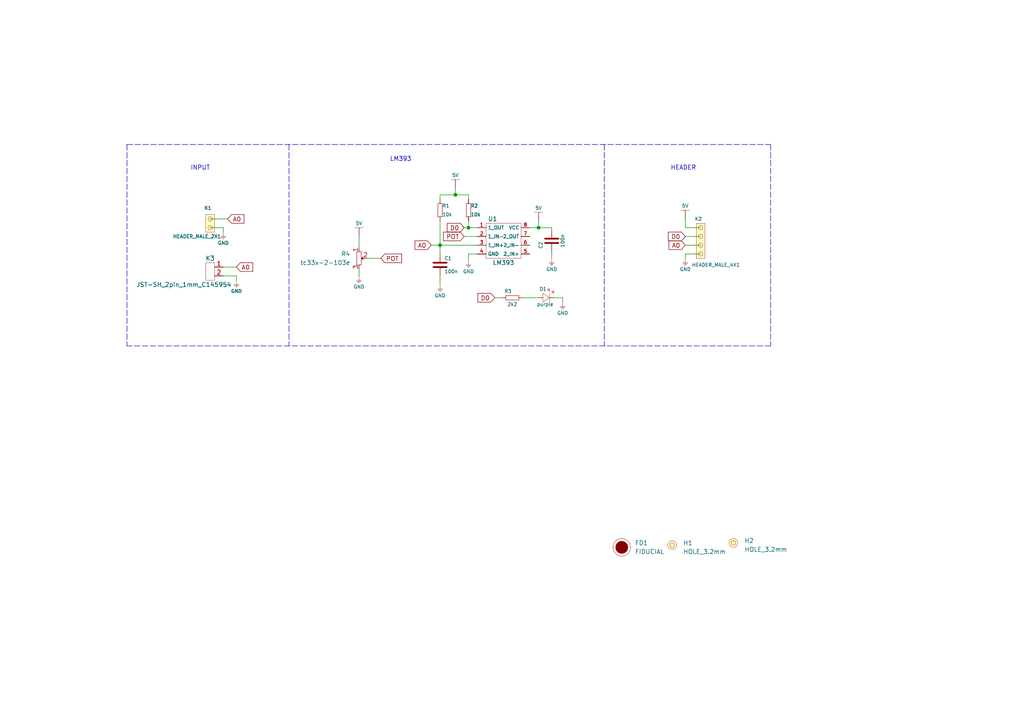
<source format=kicad_sch>
(kicad_sch (version 20211123) (generator eeschema)

  (uuid ce098e49-e3b2-44ce-bf02-d1ed7650f3a1)

  (paper "A4")

  (title_block
    (title "Simple sensor Light")
    (date "2021-07-05")
    (rev "V1.1.1.")
    (company "SOLDERED")
    (comment 1 "333046")
  )

  (lib_symbols
    (symbol "e-radionica.com schematics:0402LED" (pin_numbers hide) (pin_names (offset 0.254) hide) (in_bom yes) (on_board yes)
      (property "Reference" "D" (id 0) (at -0.635 2.54 0)
        (effects (font (size 1 1)))
      )
      (property "Value" "0402LED" (id 1) (at 0 -2.54 0)
        (effects (font (size 1 1)))
      )
      (property "Footprint" "e-radionica.com footprinti:0402LED" (id 2) (at 0 5.08 0)
        (effects (font (size 1 1)) hide)
      )
      (property "Datasheet" "" (id 3) (at 0 0 0)
        (effects (font (size 1 1)) hide)
      )
      (property "Package" "0402" (id 4) (at 0 0 0)
        (effects (font (size 1.27 1.27)) hide)
      )
      (symbol "0402LED_0_1"
        (polyline
          (pts
            (xy -0.635 1.27)
            (xy 1.27 0)
          )
          (stroke (width 0.0006) (type default) (color 0 0 0 0))
          (fill (type none))
        )
        (polyline
          (pts
            (xy 0.635 1.905)
            (xy 1.27 2.54)
          )
          (stroke (width 0.0006) (type default) (color 0 0 0 0))
          (fill (type none))
        )
        (polyline
          (pts
            (xy 1.27 1.27)
            (xy 1.27 -1.27)
          )
          (stroke (width 0.0006) (type default) (color 0 0 0 0))
          (fill (type none))
        )
        (polyline
          (pts
            (xy 1.905 1.27)
            (xy 2.54 1.905)
          )
          (stroke (width 0.0006) (type default) (color 0 0 0 0))
          (fill (type none))
        )
        (polyline
          (pts
            (xy -0.635 1.27)
            (xy -0.635 -1.27)
            (xy 1.27 0)
          )
          (stroke (width 0.0006) (type default) (color 0 0 0 0))
          (fill (type none))
        )
        (polyline
          (pts
            (xy 1.27 2.54)
            (xy 0.635 2.54)
            (xy 1.27 1.905)
            (xy 1.27 2.54)
          )
          (stroke (width 0.0006) (type default) (color 0 0 0 0))
          (fill (type none))
        )
        (polyline
          (pts
            (xy 2.54 1.905)
            (xy 1.905 1.905)
            (xy 2.54 1.27)
            (xy 2.54 1.905)
          )
          (stroke (width 0.0006) (type default) (color 0 0 0 0))
          (fill (type none))
        )
      )
      (symbol "0402LED_1_1"
        (pin passive line (at -1.905 0 0) (length 1.27)
          (name "A" (effects (font (size 1.27 1.27))))
          (number "1" (effects (font (size 1.27 1.27))))
        )
        (pin passive line (at 2.54 0 180) (length 1.27)
          (name "K" (effects (font (size 1.27 1.27))))
          (number "2" (effects (font (size 1.27 1.27))))
        )
      )
    )
    (symbol "e-radionica.com schematics:0402R" (pin_numbers hide) (pin_names (offset 0.254)) (in_bom yes) (on_board yes)
      (property "Reference" "R" (id 0) (at -1.905 1.27 0)
        (effects (font (size 1 1)))
      )
      (property "Value" "0402R" (id 1) (at 0 -1.27 0)
        (effects (font (size 1 1)))
      )
      (property "Footprint" "e-radionica.com footprinti:0402R" (id 2) (at -2.54 1.905 0)
        (effects (font (size 1 1)) hide)
      )
      (property "Datasheet" "" (id 3) (at -2.54 1.905 0)
        (effects (font (size 1 1)) hide)
      )
      (symbol "0402R_0_1"
        (rectangle (start -1.905 -0.635) (end 1.905 -0.6604)
          (stroke (width 0.1) (type default) (color 0 0 0 0))
          (fill (type none))
        )
        (rectangle (start -1.905 0.635) (end -1.8796 -0.635)
          (stroke (width 0.1) (type default) (color 0 0 0 0))
          (fill (type none))
        )
        (rectangle (start -1.905 0.635) (end 1.905 0.6096)
          (stroke (width 0.1) (type default) (color 0 0 0 0))
          (fill (type none))
        )
        (rectangle (start 1.905 0.635) (end 1.9304 -0.635)
          (stroke (width 0.1) (type default) (color 0 0 0 0))
          (fill (type none))
        )
      )
      (symbol "0402R_1_1"
        (pin passive line (at -3.175 0 0) (length 1.27)
          (name "~" (effects (font (size 1.27 1.27))))
          (number "1" (effects (font (size 1.27 1.27))))
        )
        (pin passive line (at 3.175 0 180) (length 1.27)
          (name "~" (effects (font (size 1.27 1.27))))
          (number "2" (effects (font (size 1.27 1.27))))
        )
      )
    )
    (symbol "e-radionica.com schematics:0603C" (pin_numbers hide) (pin_names (offset 0.002)) (in_bom yes) (on_board yes)
      (property "Reference" "C" (id 0) (at -0.635 3.175 0)
        (effects (font (size 1 1)))
      )
      (property "Value" "0603C" (id 1) (at 0 -3.175 0)
        (effects (font (size 1 1)))
      )
      (property "Footprint" "e-radionica.com footprinti:0603C" (id 2) (at 0 0 0)
        (effects (font (size 1 1)) hide)
      )
      (property "Datasheet" "" (id 3) (at 0 0 0)
        (effects (font (size 1 1)) hide)
      )
      (symbol "0603C_0_1"
        (polyline
          (pts
            (xy -0.635 1.905)
            (xy -0.635 -1.905)
          )
          (stroke (width 0.5) (type default) (color 0 0 0 0))
          (fill (type none))
        )
        (polyline
          (pts
            (xy 0.635 1.905)
            (xy 0.635 -1.905)
          )
          (stroke (width 0.5) (type default) (color 0 0 0 0))
          (fill (type none))
        )
      )
      (symbol "0603C_1_1"
        (pin passive line (at -3.175 0 0) (length 2.54)
          (name "~" (effects (font (size 1.27 1.27))))
          (number "1" (effects (font (size 1.27 1.27))))
        )
        (pin passive line (at 3.175 0 180) (length 2.54)
          (name "~" (effects (font (size 1.27 1.27))))
          (number "2" (effects (font (size 1.27 1.27))))
        )
      )
    )
    (symbol "e-radionica.com schematics:0603R" (pin_numbers hide) (pin_names (offset 0.254)) (in_bom yes) (on_board yes)
      (property "Reference" "R" (id 0) (at -1.905 1.905 0)
        (effects (font (size 1 1)))
      )
      (property "Value" "0603R" (id 1) (at 0 -1.905 0)
        (effects (font (size 1 1)))
      )
      (property "Footprint" "e-radionica.com footprinti:0603R" (id 2) (at -0.635 1.905 0)
        (effects (font (size 1 1)) hide)
      )
      (property "Datasheet" "" (id 3) (at -0.635 1.905 0)
        (effects (font (size 1 1)) hide)
      )
      (symbol "0603R_0_1"
        (rectangle (start -1.905 -0.635) (end 1.905 -0.6604)
          (stroke (width 0.1) (type default) (color 0 0 0 0))
          (fill (type none))
        )
        (rectangle (start -1.905 0.635) (end -1.8796 -0.635)
          (stroke (width 0.1) (type default) (color 0 0 0 0))
          (fill (type none))
        )
        (rectangle (start -1.905 0.635) (end 1.905 0.6096)
          (stroke (width 0.1) (type default) (color 0 0 0 0))
          (fill (type none))
        )
        (rectangle (start 1.905 0.635) (end 1.9304 -0.635)
          (stroke (width 0.1) (type default) (color 0 0 0 0))
          (fill (type none))
        )
      )
      (symbol "0603R_1_1"
        (pin passive line (at -3.175 0 0) (length 1.27)
          (name "~" (effects (font (size 1.27 1.27))))
          (number "1" (effects (font (size 1.27 1.27))))
        )
        (pin passive line (at 3.175 0 180) (length 1.27)
          (name "~" (effects (font (size 1.27 1.27))))
          (number "2" (effects (font (size 1.27 1.27))))
        )
      )
    )
    (symbol "e-radionica.com schematics:5V" (power) (pin_names (offset 0)) (in_bom yes) (on_board yes)
      (property "Reference" "#PWR" (id 0) (at 4.445 0 0)
        (effects (font (size 1 1)) hide)
      )
      (property "Value" "5V" (id 1) (at 0 3.556 0)
        (effects (font (size 1 1)))
      )
      (property "Footprint" "" (id 2) (at 4.445 3.81 0)
        (effects (font (size 1 1)) hide)
      )
      (property "Datasheet" "" (id 3) (at 4.445 3.81 0)
        (effects (font (size 1 1)) hide)
      )
      (property "ki_keywords" "power-flag" (id 4) (at 0 0 0)
        (effects (font (size 1.27 1.27)) hide)
      )
      (property "ki_description" "Power symbol creates a global label with name \"+3V3\"" (id 5) (at 0 0 0)
        (effects (font (size 1.27 1.27)) hide)
      )
      (symbol "5V_0_1"
        (polyline
          (pts
            (xy -1.27 2.54)
            (xy 1.27 2.54)
          )
          (stroke (width 0.0006) (type default) (color 0 0 0 0))
          (fill (type none))
        )
        (polyline
          (pts
            (xy 0 0)
            (xy 0 2.54)
          )
          (stroke (width 0) (type default) (color 0 0 0 0))
          (fill (type none))
        )
      )
      (symbol "5V_1_1"
        (pin power_in line (at 0 0 90) (length 0) hide
          (name "5V" (effects (font (size 1.27 1.27))))
          (number "1" (effects (font (size 1.27 1.27))))
        )
      )
    )
    (symbol "e-radionica.com schematics:FIDUCIAL" (in_bom yes) (on_board yes)
      (property "Reference" "FD" (id 0) (at 0 3.81 0)
        (effects (font (size 1.27 1.27)))
      )
      (property "Value" "FIDUCIAL" (id 1) (at 0 -3.81 0)
        (effects (font (size 1.27 1.27)))
      )
      (property "Footprint" "e-radionica.com footprinti:FIDUCIAL_23" (id 2) (at 0.254 -5.334 0)
        (effects (font (size 1.27 1.27)) hide)
      )
      (property "Datasheet" "" (id 3) (at 0 0 0)
        (effects (font (size 1.27 1.27)) hide)
      )
      (symbol "FIDUCIAL_0_1"
        (polyline
          (pts
            (xy -2.54 0)
            (xy -2.794 0)
          )
          (stroke (width 0.0006) (type default) (color 0 0 0 0))
          (fill (type none))
        )
        (polyline
          (pts
            (xy 0 -2.54)
            (xy 0 -2.794)
          )
          (stroke (width 0.0006) (type default) (color 0 0 0 0))
          (fill (type none))
        )
        (polyline
          (pts
            (xy 0 2.54)
            (xy 0 2.794)
          )
          (stroke (width 0.0006) (type default) (color 0 0 0 0))
          (fill (type none))
        )
        (polyline
          (pts
            (xy 2.54 0)
            (xy 2.794 0)
          )
          (stroke (width 0.0006) (type default) (color 0 0 0 0))
          (fill (type none))
        )
        (circle (center 0 0) (radius 1.7961)
          (stroke (width 0.001) (type default) (color 0 0 0 0))
          (fill (type outline))
        )
        (circle (center 0 0) (radius 2.54)
          (stroke (width 0.0006) (type default) (color 0 0 0 0))
          (fill (type none))
        )
      )
    )
    (symbol "e-radionica.com schematics:GND" (power) (pin_names (offset 0)) (in_bom yes) (on_board yes)
      (property "Reference" "#PWR" (id 0) (at 4.445 0 0)
        (effects (font (size 1 1)) hide)
      )
      (property "Value" "GND" (id 1) (at 0 -2.921 0)
        (effects (font (size 1 1)))
      )
      (property "Footprint" "" (id 2) (at 4.445 3.81 0)
        (effects (font (size 1 1)) hide)
      )
      (property "Datasheet" "" (id 3) (at 4.445 3.81 0)
        (effects (font (size 1 1)) hide)
      )
      (property "ki_keywords" "power-flag" (id 4) (at 0 0 0)
        (effects (font (size 1.27 1.27)) hide)
      )
      (property "ki_description" "Power symbol creates a global label with name \"+3V3\"" (id 5) (at 0 0 0)
        (effects (font (size 1.27 1.27)) hide)
      )
      (symbol "GND_0_1"
        (polyline
          (pts
            (xy -0.762 -1.27)
            (xy 0.762 -1.27)
          )
          (stroke (width 0.0006) (type default) (color 0 0 0 0))
          (fill (type none))
        )
        (polyline
          (pts
            (xy -0.635 -1.524)
            (xy 0.635 -1.524)
          )
          (stroke (width 0.0006) (type default) (color 0 0 0 0))
          (fill (type none))
        )
        (polyline
          (pts
            (xy -0.381 -1.778)
            (xy 0.381 -1.778)
          )
          (stroke (width 0.0006) (type default) (color 0 0 0 0))
          (fill (type none))
        )
        (polyline
          (pts
            (xy -0.127 -2.032)
            (xy 0.127 -2.032)
          )
          (stroke (width 0.0006) (type default) (color 0 0 0 0))
          (fill (type none))
        )
        (polyline
          (pts
            (xy 0 0)
            (xy 0 -1.27)
          )
          (stroke (width 0.0006) (type default) (color 0 0 0 0))
          (fill (type none))
        )
      )
      (symbol "GND_1_1"
        (pin power_in line (at 0 0 270) (length 0) hide
          (name "GND" (effects (font (size 1.27 1.27))))
          (number "1" (effects (font (size 1.27 1.27))))
        )
      )
    )
    (symbol "e-radionica.com schematics:HEADER_MALE_2X1" (pin_numbers hide) (pin_names hide) (in_bom yes) (on_board yes)
      (property "Reference" "K" (id 0) (at -1.27 5.08 0)
        (effects (font (size 1 1)))
      )
      (property "Value" "HEADER_MALE_2X1" (id 1) (at 0 -2.54 0)
        (effects (font (size 1 1)))
      )
      (property "Footprint" "e-radionica.com footprinti:HEADER_MALE_2X1" (id 2) (at 0 0 0)
        (effects (font (size 1 1)) hide)
      )
      (property "Datasheet" "" (id 3) (at 0 0 0)
        (effects (font (size 1 1)) hide)
      )
      (symbol "HEADER_MALE_2X1_0_1"
        (circle (center 0 0) (radius 0.635)
          (stroke (width 0.0006) (type default) (color 0 0 0 0))
          (fill (type none))
        )
        (circle (center 0 2.54) (radius 0.635)
          (stroke (width 0.0006) (type default) (color 0 0 0 0))
          (fill (type none))
        )
        (rectangle (start 1.27 -1.27) (end -1.27 3.81)
          (stroke (width 0.001) (type default) (color 0 0 0 0))
          (fill (type background))
        )
      )
      (symbol "HEADER_MALE_2X1_1_1"
        (pin passive line (at 0 0 180) (length 0)
          (name "~" (effects (font (size 1 1))))
          (number "1" (effects (font (size 1 1))))
        )
        (pin passive line (at 0 2.54 180) (length 0)
          (name "~" (effects (font (size 1 1))))
          (number "2" (effects (font (size 1 1))))
        )
      )
    )
    (symbol "e-radionica.com schematics:HEADER_MALE_4X1" (pin_numbers hide) (pin_names hide) (in_bom yes) (on_board yes)
      (property "Reference" "K" (id 0) (at -0.635 7.62 0)
        (effects (font (size 1 1)))
      )
      (property "Value" "HEADER_MALE_4X1" (id 1) (at 0 -5.08 0)
        (effects (font (size 1 1)))
      )
      (property "Footprint" "e-radionica.com footprinti:HEADER_MALE_4X1" (id 2) (at 0 -2.54 0)
        (effects (font (size 1 1)) hide)
      )
      (property "Datasheet" "" (id 3) (at 0 -2.54 0)
        (effects (font (size 1 1)) hide)
      )
      (symbol "HEADER_MALE_4X1_0_1"
        (circle (center 0 -2.54) (radius 0.635)
          (stroke (width 0.0006) (type default) (color 0 0 0 0))
          (fill (type none))
        )
        (circle (center 0 0) (radius 0.635)
          (stroke (width 0.0006) (type default) (color 0 0 0 0))
          (fill (type none))
        )
        (circle (center 0 2.54) (radius 0.635)
          (stroke (width 0.0006) (type default) (color 0 0 0 0))
          (fill (type none))
        )
        (circle (center 0 5.08) (radius 0.635)
          (stroke (width 0.0006) (type default) (color 0 0 0 0))
          (fill (type none))
        )
        (rectangle (start 1.27 -3.81) (end -1.27 6.35)
          (stroke (width 0.001) (type default) (color 0 0 0 0))
          (fill (type background))
        )
      )
      (symbol "HEADER_MALE_4X1_1_1"
        (pin passive line (at 0 -2.54 180) (length 0)
          (name "~" (effects (font (size 1 1))))
          (number "1" (effects (font (size 1 1))))
        )
        (pin passive line (at 0 0 180) (length 0)
          (name "~" (effects (font (size 1 1))))
          (number "2" (effects (font (size 1 1))))
        )
        (pin passive line (at 0 2.54 180) (length 0)
          (name "~" (effects (font (size 1 1))))
          (number "3" (effects (font (size 1 1))))
        )
        (pin passive line (at 0 5.08 180) (length 0)
          (name "~" (effects (font (size 1 1))))
          (number "4" (effects (font (size 1 1))))
        )
      )
    )
    (symbol "e-radionica.com schematics:HOLE_3.2mm" (pin_numbers hide) (pin_names hide) (in_bom yes) (on_board yes)
      (property "Reference" "H" (id 0) (at 0 2.54 0)
        (effects (font (size 1.27 1.27)))
      )
      (property "Value" "HOLE_3.2mm" (id 1) (at 0 -2.54 0)
        (effects (font (size 1.27 1.27)))
      )
      (property "Footprint" "e-radionica.com footprinti:HOLE_3.2mm" (id 2) (at 0 0 0)
        (effects (font (size 1.27 1.27)) hide)
      )
      (property "Datasheet" "" (id 3) (at 0 0 0)
        (effects (font (size 1.27 1.27)) hide)
      )
      (symbol "HOLE_3.2mm_0_1"
        (circle (center 0 0) (radius 0.635)
          (stroke (width 0.0006) (type default) (color 0 0 0 0))
          (fill (type none))
        )
        (circle (center 0 0) (radius 1.27)
          (stroke (width 0.001) (type default) (color 0 0 0 0))
          (fill (type background))
        )
      )
    )
    (symbol "e-radionica.com schematics:JST-SH_2pin_1mm_C145954" (in_bom yes) (on_board yes)
      (property "Reference" "K" (id 0) (at 0 5.715 0)
        (effects (font (size 1.27 1.27)))
      )
      (property "Value" "JST-SH_2pin_1mm_C145954" (id 1) (at 0 -3.81 0)
        (effects (font (size 1.27 1.27)))
      )
      (property "Footprint" "e-radionica.com footprinti:JST-SH_2pin_1mm_C145954" (id 2) (at 0 0 0)
        (effects (font (size 1.27 1.27)) hide)
      )
      (property "Datasheet" "" (id 3) (at 0 0 0)
        (effects (font (size 1.27 1.27)) hide)
      )
      (symbol "JST-SH_2pin_1mm_C145954_0_1"
        (rectangle (start 1.27 -2.54) (end -1.27 2.54)
          (stroke (width 0.0006) (type default) (color 0 0 0 0))
          (fill (type none))
        )
      )
      (symbol "JST-SH_2pin_1mm_C145954_1_1"
        (pin passive line (at 3.81 1.27 180) (length 2.54)
          (name "" (effects (font (size 1.27 1.27))))
          (number "1" (effects (font (size 1.27 1.27))))
        )
        (pin passive line (at 3.81 -1.27 180) (length 2.54)
          (name "" (effects (font (size 1.27 1.27))))
          (number "2" (effects (font (size 1.27 1.27))))
        )
      )
    )
    (symbol "e-radionica.com schematics:LM393" (in_bom yes) (on_board yes)
      (property "Reference" "U" (id 0) (at 0 6.35 0)
        (effects (font (size 1.27 1.27)))
      )
      (property "Value" "LM393" (id 1) (at 0 -6.35 0)
        (effects (font (size 1.27 1.27)))
      )
      (property "Footprint" "e-radionica.com footprinti:SOIC−8" (id 2) (at 3.81 -2.54 0)
        (effects (font (size 1.27 1.27)) hide)
      )
      (property "Datasheet" "" (id 3) (at 3.81 -2.54 0)
        (effects (font (size 1.27 1.27)) hide)
      )
      (symbol "LM393_0_1"
        (rectangle (start -5.08 5.08) (end 5.08 -5.08)
          (stroke (width 0.0006) (type default) (color 0 0 0 0))
          (fill (type none))
        )
      )
      (symbol "LM393_1_1"
        (pin power_in line (at -7.62 3.81 0) (length 2.54)
          (name "1_OUT" (effects (font (size 1 1))))
          (number "1" (effects (font (size 1 1))))
        )
        (pin input line (at -7.62 1.27 0) (length 2.54)
          (name "1_IN-" (effects (font (size 1 1))))
          (number "2" (effects (font (size 1 1))))
        )
        (pin power_in line (at -7.62 -1.27 0) (length 2.54)
          (name "1_IN+" (effects (font (size 1 1))))
          (number "3" (effects (font (size 1 1))))
        )
        (pin passive line (at -7.62 -3.81 0) (length 2.54)
          (name "GND" (effects (font (size 1 1))))
          (number "4" (effects (font (size 1 1))))
        )
        (pin power_in line (at 7.62 -3.81 180) (length 2.54)
          (name "2_IN+" (effects (font (size 1 1))))
          (number "5" (effects (font (size 1 1))))
        )
        (pin power_in line (at 7.62 -1.27 180) (length 2.54)
          (name "2_IN-" (effects (font (size 1 1))))
          (number "6" (effects (font (size 1 1))))
        )
        (pin power_out line (at 7.62 1.27 180) (length 2.54)
          (name "2_OUT" (effects (font (size 1 1))))
          (number "7" (effects (font (size 1 1))))
        )
        (pin power_in line (at 7.62 3.81 180) (length 2.54)
          (name "VCC" (effects (font (size 1 1))))
          (number "8" (effects (font (size 1 1))))
        )
      )
    )
    (symbol "e-radionica.com schematics:tc33x-2-103e" (in_bom yes) (on_board yes)
      (property "Reference" "R" (id 0) (at -1.778 3.302 0)
        (effects (font (size 1.27 1.27)))
      )
      (property "Value" "tc33x-2-103e" (id 1) (at 0 -2.54 0)
        (effects (font (size 1.27 1.27)))
      )
      (property "Footprint" "e-radionica.com footprinti:tc33x-2-103e" (id 2) (at 0 -5.08 0)
        (effects (font (size 1.27 1.27)) hide)
      )
      (property "Datasheet" "" (id 3) (at -0.0508 -0.0508 0)
        (effects (font (size 1.27 1.27)) hide)
      )
      (symbol "tc33x-2-103e_0_1"
        (rectangle (start -1.905 -0.635) (end 1.905 -0.6604)
          (stroke (width 0.1) (type default) (color 0 0 0 0))
          (fill (type none))
        )
        (rectangle (start -1.905 0.635) (end -1.8796 -0.635)
          (stroke (width 0.1) (type default) (color 0 0 0 0))
          (fill (type none))
        )
        (rectangle (start -1.905 0.635) (end 1.905 0.6096)
          (stroke (width 0.1) (type default) (color 0 0 0 0))
          (fill (type none))
        )
        (polyline
          (pts
            (xy -0.4318 1.1684)
            (xy 0.4826 1.1684)
            (xy 0 0.635)
            (xy -0.4064 1.0922)
            (xy -0.4826 1.1684)
            (xy 0 0.7874)
            (xy 0.3048 1.1176)
            (xy -0.254 1.0668)
            (xy 0.0254 0.8636)
            (xy 0.0762 1.0414)
            (xy -0.0254 0.9652)
          )
          (stroke (width 0.0006) (type default) (color 0 0 0 0))
          (fill (type none))
        )
        (rectangle (start 1.905 0.635) (end 1.9304 -0.635)
          (stroke (width 0.1) (type default) (color 0 0 0 0))
          (fill (type none))
        )
      )
      (symbol "tc33x-2-103e_1_1"
        (pin passive line (at -3.175 0 0) (length 1.27)
          (name "~" (effects (font (size 1.27 1.27))))
          (number "1" (effects (font (size 1.27 1.27))))
        )
        (pin passive line (at 0 2.4892 270) (length 1.27)
          (name "" (effects (font (size 1.27 1.27))))
          (number "2" (effects (font (size 1.27 1.27))))
        )
        (pin passive line (at 3.175 0.0002 180) (length 1.27)
          (name "~" (effects (font (size 1.27 1.27))))
          (number "3" (effects (font (size 1.27 1.27))))
        )
      )
    )
  )

  (junction (at 127.635 71.12) (diameter 0.9144) (color 0 0 0 0)
    (uuid 68877d35-b796-44db-9124-b8e744e7412e)
  )
  (junction (at 156.21 66.04) (diameter 0.9144) (color 0 0 0 0)
    (uuid 911bdcbe-493f-4e21-a506-7cbc636e2c17)
  )
  (junction (at 135.89 66.04) (diameter 0.9144) (color 0 0 0 0)
    (uuid 9f8381e9-3077-4453-a480-a01ad9c1a940)
  )
  (junction (at 132.08 56.515) (diameter 0.9144) (color 0 0 0 0)
    (uuid b96fe6ac-3535-4455-ab88-ed77f5e46d6e)
  )

  (wire (pts (xy 127.635 71.12) (xy 127.635 73.66))
    (stroke (width 0) (type solid) (color 0 0 0 0))
    (uuid 07d38bde-631d-429f-be2f-8c725495a05d)
  )
  (wire (pts (xy 151.765 86.36) (xy 156.21 86.36))
    (stroke (width 0) (type solid) (color 0 0 0 0))
    (uuid 1d892f90-bc58-4e7a-a75d-09bfb0c93d55)
  )
  (wire (pts (xy 135.89 73.66) (xy 135.89 75.565))
    (stroke (width 0) (type solid) (color 0 0 0 0))
    (uuid 233d3b45-2cad-4209-b9c5-bbf355f7cf40)
  )
  (wire (pts (xy 138.43 73.66) (xy 135.89 73.66))
    (stroke (width 0) (type solid) (color 0 0 0 0))
    (uuid 233d3b45-2cad-4209-b9c5-bbf355f7cf41)
  )
  (wire (pts (xy 143.51 86.36) (xy 145.415 86.36))
    (stroke (width 0) (type solid) (color 0 0 0 0))
    (uuid 25d277b8-b1e7-4db7-a060-e554d026b6e3)
  )
  (wire (pts (xy 127.635 56.515) (xy 132.08 56.515))
    (stroke (width 0) (type solid) (color 0 0 0 0))
    (uuid 28692c11-b406-4f36-aeac-8f87892d3515)
  )
  (wire (pts (xy 132.08 56.515) (xy 132.08 54.61))
    (stroke (width 0) (type solid) (color 0 0 0 0))
    (uuid 28692c11-b406-4f36-aeac-8f87892d3516)
  )
  (polyline (pts (xy 175.26 41.91) (xy 175.26 100.33))
    (stroke (width 0) (type dash) (color 0 0 0 0))
    (uuid 362d763b-f17b-41e0-b336-1811a5f44255)
  )
  (polyline (pts (xy 83.82 41.91) (xy 83.82 100.33))
    (stroke (width 0) (type dash) (color 0 0 0 0))
    (uuid 39859ae8-4a88-4573-a609-0d0cf49f131c)
  )

  (wire (pts (xy 134.62 66.04) (xy 135.89 66.04))
    (stroke (width 0) (type solid) (color 0 0 0 0))
    (uuid 3f9b912e-059c-456b-981a-dd324dd6eb0b)
  )
  (wire (pts (xy 160.02 73.025) (xy 160.02 74.93))
    (stroke (width 0) (type solid) (color 0 0 0 0))
    (uuid 501c1a0d-44d3-4876-9cb5-dcbb6abcbcb8)
  )
  (wire (pts (xy 160.655 86.36) (xy 163.195 86.36))
    (stroke (width 0) (type solid) (color 0 0 0 0))
    (uuid 5d4c458e-9ed6-4777-93cb-e9ba8ea483c8)
  )
  (wire (pts (xy 163.195 86.36) (xy 163.195 87.63))
    (stroke (width 0) (type solid) (color 0 0 0 0))
    (uuid 5d4c458e-9ed6-4777-93cb-e9ba8ea483c9)
  )
  (wire (pts (xy 135.89 64.135) (xy 135.89 66.04))
    (stroke (width 0) (type solid) (color 0 0 0 0))
    (uuid 5d52f0b1-5a0c-4a9b-8c35-508a809da77f)
  )
  (wire (pts (xy 127.635 71.12) (xy 138.43 71.12))
    (stroke (width 0) (type solid) (color 0 0 0 0))
    (uuid 67187146-e7ad-442f-8a6f-a894af6c6b11)
  )
  (wire (pts (xy 60.96 66.04) (xy 64.77 66.04))
    (stroke (width 0) (type solid) (color 0 0 0 0))
    (uuid 76784cec-9597-4619-b363-5d25c31f3565)
  )
  (wire (pts (xy 64.77 66.04) (xy 64.77 67.31))
    (stroke (width 0) (type solid) (color 0 0 0 0))
    (uuid 76784cec-9597-4619-b363-5d25c31f3566)
  )
  (wire (pts (xy 127.635 57.785) (xy 127.635 56.515))
    (stroke (width 0) (type solid) (color 0 0 0 0))
    (uuid 77055f45-a0c0-4db7-abbd-8b7e7c2d01e0)
  )
  (wire (pts (xy 135.89 56.515) (xy 135.89 57.785))
    (stroke (width 0) (type solid) (color 0 0 0 0))
    (uuid 77055f45-a0c0-4db7-abbd-8b7e7c2d01e1)
  )
  (wire (pts (xy 64.77 77.47) (xy 68.58 77.47))
    (stroke (width 0) (type solid) (color 0 0 0 0))
    (uuid 7f0bb07d-1e87-4a35-8ed1-e34334fc98b3)
  )
  (wire (pts (xy 104.14 68.58) (xy 104.14 71.755))
    (stroke (width 0) (type solid) (color 0 0 0 0))
    (uuid 806a9fdb-537f-4ec6-895d-d43506ce58f5)
  )
  (wire (pts (xy 104.14 80.01) (xy 104.1402 80.01))
    (stroke (width 0) (type solid) (color 0 0 0 0))
    (uuid 81e70816-839f-488a-b66a-1a390886f7d5)
  )
  (wire (pts (xy 104.1402 78.105) (xy 104.1402 80.01))
    (stroke (width 0) (type solid) (color 0 0 0 0))
    (uuid 81e70816-839f-488a-b66a-1a390886f7d6)
  )
  (wire (pts (xy 60.96 63.5) (xy 66.04 63.5))
    (stroke (width 0) (type solid) (color 0 0 0 0))
    (uuid 88654dfe-2970-45ff-94ca-05738165be23)
  )
  (polyline (pts (xy 36.83 41.91) (xy 36.83 100.33))
    (stroke (width 0) (type dash) (color 0 0 0 0))
    (uuid 89d8203e-015b-4c1f-b63b-86db4bbe5fab)
  )
  (polyline (pts (xy 36.83 41.91) (xy 223.52 41.91))
    (stroke (width 0) (type dash) (color 0 0 0 0))
    (uuid 89d8203e-015b-4c1f-b63b-86db4bbe5fac)
  )
  (polyline (pts (xy 223.52 41.91) (xy 223.52 100.33))
    (stroke (width 0) (type dash) (color 0 0 0 0))
    (uuid 89d8203e-015b-4c1f-b63b-86db4bbe5fad)
  )
  (polyline (pts (xy 223.52 100.33) (xy 36.83 100.33))
    (stroke (width 0) (type dash) (color 0 0 0 0))
    (uuid 89d8203e-015b-4c1f-b63b-86db4bbe5fae)
  )

  (wire (pts (xy 125.095 71.12) (xy 127.635 71.12))
    (stroke (width 0) (type solid) (color 0 0 0 0))
    (uuid 8b14464c-d533-4699-b557-85f26f2073d2)
  )
  (wire (pts (xy 132.08 56.515) (xy 135.89 56.515))
    (stroke (width 0) (type solid) (color 0 0 0 0))
    (uuid 94b80b5a-4272-4dd6-b709-10ce558f88c9)
  )
  (wire (pts (xy 198.755 71.12) (xy 203.2 71.12))
    (stroke (width 0) (type solid) (color 0 0 0 0))
    (uuid 9ce10eb0-050c-4ddc-88ab-0f940d688a57)
  )
  (wire (pts (xy 135.89 66.04) (xy 138.43 66.04))
    (stroke (width 0) (type solid) (color 0 0 0 0))
    (uuid a076e77d-6e6f-403f-9712-3f890d8b920a)
  )
  (wire (pts (xy 198.755 73.66) (xy 198.755 74.93))
    (stroke (width 0) (type solid) (color 0 0 0 0))
    (uuid ac39c2c7-5627-4fa4-a711-d743e038e139)
  )
  (wire (pts (xy 203.2 73.66) (xy 198.755 73.66))
    (stroke (width 0) (type solid) (color 0 0 0 0))
    (uuid ac39c2c7-5627-4fa4-a711-d743e038e13a)
  )
  (wire (pts (xy 127.635 64.135) (xy 127.635 71.12))
    (stroke (width 0) (type solid) (color 0 0 0 0))
    (uuid b13e4a44-2b19-4029-8045-65e0dbe4c25b)
  )
  (wire (pts (xy 64.77 80.01) (xy 68.58 80.01))
    (stroke (width 0) (type solid) (color 0 0 0 0))
    (uuid b3fdd0d2-1fd3-42eb-9a99-f4a2f5856d6b)
  )
  (wire (pts (xy 68.58 80.01) (xy 68.58 81.28))
    (stroke (width 0) (type solid) (color 0 0 0 0))
    (uuid b3fdd0d2-1fd3-42eb-9a99-f4a2f5856d6c)
  )
  (wire (pts (xy 198.755 68.58) (xy 203.2 68.58))
    (stroke (width 0) (type solid) (color 0 0 0 0))
    (uuid c82e0e45-3fbc-472d-a111-3eb5aaee77c9)
  )
  (wire (pts (xy 153.67 66.04) (xy 156.21 66.04))
    (stroke (width 0) (type solid) (color 0 0 0 0))
    (uuid cb95eb72-6361-42cb-9232-2a82cec42b3f)
  )
  (wire (pts (xy 156.21 66.04) (xy 156.21 64.135))
    (stroke (width 0) (type solid) (color 0 0 0 0))
    (uuid cb95eb72-6361-42cb-9232-2a82cec42b40)
  )
  (wire (pts (xy 134.62 68.58) (xy 138.43 68.58))
    (stroke (width 0) (type solid) (color 0 0 0 0))
    (uuid d5e4e989-3056-4016-9269-2cf18299ef0e)
  )
  (wire (pts (xy 198.755 66.04) (xy 198.755 63.5))
    (stroke (width 0) (type solid) (color 0 0 0 0))
    (uuid debad1d8-6394-49ac-938f-759811741421)
  )
  (wire (pts (xy 203.2 66.04) (xy 198.755 66.04))
    (stroke (width 0) (type solid) (color 0 0 0 0))
    (uuid debad1d8-6394-49ac-938f-759811741422)
  )
  (wire (pts (xy 127.635 80.01) (xy 127.635 82.55))
    (stroke (width 0) (type solid) (color 0 0 0 0))
    (uuid eed3654a-435a-4c65-b05c-a292094d4506)
  )
  (wire (pts (xy 106.6292 74.93) (xy 110.49 74.93))
    (stroke (width 0) (type solid) (color 0 0 0 0))
    (uuid f3e1cbf8-7a16-4b55-b3da-de8bee336c03)
  )
  (wire (pts (xy 160.02 66.04) (xy 156.21 66.04))
    (stroke (width 0) (type solid) (color 0 0 0 0))
    (uuid f97024bb-ac5d-4856-bd83-d11e1e0293de)
  )
  (wire (pts (xy 160.02 66.675) (xy 160.02 66.04))
    (stroke (width 0) (type solid) (color 0 0 0 0))
    (uuid f97024bb-ac5d-4856-bd83-d11e1e0293df)
  )

  (text "HEADER" (at 201.93 49.53 180)
    (effects (font (size 1.27 1.27)) (justify right bottom))
    (uuid 28ea94d6-4e44-496a-9e9e-87dde34702bd)
  )
  (text "LM393" (at 119.38 46.99 180)
    (effects (font (size 1.27 1.27)) (justify right bottom))
    (uuid 6d47bb28-ded9-4446-af7c-174ea72b72b1)
  )
  (text "INPUT" (at 60.96 49.53 180)
    (effects (font (size 1.27 1.27)) (justify right bottom))
    (uuid 708b6bc0-ccb8-45cc-bccf-2ba6b75ef779)
  )

  (global_label "D0" (shape input) (at 143.51 86.36 180)
    (effects (font (size 1.27 1.27)) (justify right))
    (uuid 3f33c2b9-e8ea-4a53-aba8-fbc11335dd39)
    (property "Intersheet References" "${INTERSHEET_REFS}" (id 0) (at 137.0934 86.2806 0)
      (effects (font (size 1.27 1.27)) (justify right) hide)
    )
  )
  (global_label "A0" (shape input) (at 198.755 71.12 180)
    (effects (font (size 1.27 1.27)) (justify right))
    (uuid 601ab264-037e-4376-ae9d-89fad1e79293)
    (property "Intersheet References" "${INTERSHEET_REFS}" (id 0) (at 192.5198 71.0406 0)
      (effects (font (size 1.27 1.27)) (justify right) hide)
    )
  )
  (global_label "D0" (shape input) (at 134.62 66.04 180)
    (effects (font (size 1.27 1.27)) (justify right))
    (uuid 6323c043-29d3-4101-bc04-2fc46bdb005b)
    (property "Intersheet References" "${INTERSHEET_REFS}" (id 0) (at 128.2034 66.1194 0)
      (effects (font (size 1.27 1.27)) (justify right) hide)
    )
  )
  (global_label "POT" (shape input) (at 134.62 68.58 180)
    (effects (font (size 1.27 1.27)) (justify right))
    (uuid 77f49803-6723-4154-b3c5-e4a001b40c1c)
    (property "Intersheet References" "${INTERSHEET_REFS}" (id 0) (at 127.1148 68.5006 0)
      (effects (font (size 1.27 1.27)) (justify right) hide)
    )
  )
  (global_label "A0" (shape input) (at 125.095 71.12 180)
    (effects (font (size 1.27 1.27)) (justify right))
    (uuid 9f16ba21-dce6-45f9-a7f7-763001f494f6)
    (property "Intersheet References" "${INTERSHEET_REFS}" (id 0) (at 118.8598 71.0406 0)
      (effects (font (size 1.27 1.27)) (justify right) hide)
    )
  )
  (global_label "D0" (shape input) (at 198.755 68.58 180)
    (effects (font (size 1.27 1.27)) (justify right))
    (uuid c6af9f6e-a5c2-46b6-bf18-123edc39fb88)
    (property "Intersheet References" "${INTERSHEET_REFS}" (id 0) (at 192.3384 68.5006 0)
      (effects (font (size 1.27 1.27)) (justify right) hide)
    )
  )
  (global_label "POT" (shape input) (at 110.49 74.93 0)
    (effects (font (size 1.27 1.27)) (justify left))
    (uuid d0295595-1b5f-457c-936e-e37e4e8b6ed9)
    (property "Intersheet References" "${INTERSHEET_REFS}" (id 0) (at 117.9952 74.8506 0)
      (effects (font (size 1.27 1.27)) (justify left) hide)
    )
  )
  (global_label "A0" (shape input) (at 66.04 63.5 0)
    (effects (font (size 1.27 1.27)) (justify left))
    (uuid dcf1e4dc-6855-4feb-bd94-c97fc57a37b4)
    (property "Intersheet References" "${INTERSHEET_REFS}" (id 0) (at 72.2752 63.4206 0)
      (effects (font (size 1.27 1.27)) (justify left) hide)
    )
  )
  (global_label "A0" (shape input) (at 68.58 77.47 0)
    (effects (font (size 1.27 1.27)) (justify left))
    (uuid f5eb4b12-7323-4e48-af82-1f435a74f995)
    (property "Intersheet References" "${INTERSHEET_REFS}" (id 0) (at 74.8152 77.3906 0)
      (effects (font (size 1.27 1.27)) (justify left) hide)
    )
  )

  (symbol (lib_id "e-radionica.com schematics:tc33x-2-103e") (at 104.14 74.93 270) (unit 1)
    (in_bom yes) (on_board yes)
    (uuid 1cfeb147-8286-4ae5-bb8e-a59481e3ae9a)
    (property "Reference" "R4" (id 0) (at 101.6 73.66 90)
      (effects (font (size 1.27 1.27)) (justify right))
    )
    (property "Value" "tc33x-2-103e" (id 1) (at 101.6 76.2 90)
      (effects (font (size 1.27 1.27)) (justify right))
    )
    (property "Footprint" "e-radionica.com footprinti:tc33x-2-103e" (id 2) (at 99.06 74.93 0)
      (effects (font (size 1.27 1.27)) hide)
    )
    (property "Datasheet" "" (id 3) (at 104.0892 74.8792 0)
      (effects (font (size 1.27 1.27)) hide)
    )
    (pin "1" (uuid e553b724-8a27-4a07-a957-62dabefaa023))
    (pin "2" (uuid 38f1d191-c9af-416d-9388-784236797045))
    (pin "3" (uuid eff8a5d1-f8f0-4f95-a3c4-fe612d949e04))
  )

  (symbol (lib_id "e-radionica.com schematics:GND") (at 104.14 80.01 0) (unit 1)
    (in_bom yes) (on_board yes)
    (uuid 220ba14f-1ee9-4d13-80cd-e4c942c438ca)
    (property "Reference" "#PWR05" (id 0) (at 108.585 80.01 0)
      (effects (font (size 1 1)) hide)
    )
    (property "Value" "GND" (id 1) (at 104.14 83.185 0)
      (effects (font (size 1 1)))
    )
    (property "Footprint" "" (id 2) (at 108.585 76.2 0)
      (effects (font (size 1 1)) hide)
    )
    (property "Datasheet" "" (id 3) (at 108.585 76.2 0)
      (effects (font (size 1 1)) hide)
    )
    (pin "1" (uuid 1674149b-52b7-45c7-b414-3e19bb9557c7))
  )

  (symbol (lib_id "e-radionica.com schematics:5V") (at 104.14 68.58 0) (unit 1)
    (in_bom yes) (on_board yes)
    (uuid 22360797-fceb-4368-9abd-0395a907e7b8)
    (property "Reference" "#PWR04" (id 0) (at 108.585 68.58 0)
      (effects (font (size 1 1)) hide)
    )
    (property "Value" "5V" (id 1) (at 104.14 64.77 0)
      (effects (font (size 1 1)))
    )
    (property "Footprint" "" (id 2) (at 108.585 64.77 0)
      (effects (font (size 1 1)) hide)
    )
    (property "Datasheet" "" (id 3) (at 108.585 64.77 0)
      (effects (font (size 1 1)) hide)
    )
    (pin "1" (uuid 339244a2-34e9-48a9-a2c4-1556fa4b4a7d))
  )

  (symbol (lib_id "e-radionica.com schematics:GND") (at 68.58 81.28 0) (unit 1)
    (in_bom yes) (on_board yes)
    (uuid 2a29e4c4-61ff-493f-b51b-b0b03011ccc6)
    (property "Reference" "#PWR01" (id 0) (at 73.025 81.28 0)
      (effects (font (size 1 1)) hide)
    )
    (property "Value" "GND" (id 1) (at 68.58 84.455 0)
      (effects (font (size 1 1)))
    )
    (property "Footprint" "" (id 2) (at 73.025 77.47 0)
      (effects (font (size 1 1)) hide)
    )
    (property "Datasheet" "" (id 3) (at 73.025 77.47 0)
      (effects (font (size 1 1)) hide)
    )
    (pin "1" (uuid 1674149b-52b7-45c7-b414-3e19bb9557c6))
  )

  (symbol (lib_id "e-radionica.com schematics:JST-SH_2pin_1mm_C145954") (at 60.96 78.74 0) (unit 1)
    (in_bom yes) (on_board yes)
    (uuid 32a20f93-91aa-410a-b299-ebd11706fd09)
    (property "Reference" "K3" (id 0) (at 60.96 74.93 0))
    (property "Value" "JST-SH_2pin_1mm_C145954" (id 1) (at 53.34 82.55 0))
    (property "Footprint" "e-radionica.com footprinti:JST-SH_2pin_1mm_C145954" (id 2) (at 60.96 78.74 0)
      (effects (font (size 1.27 1.27)) hide)
    )
    (property "Datasheet" "" (id 3) (at 60.96 78.74 0)
      (effects (font (size 1.27 1.27)) hide)
    )
    (pin "1" (uuid 464a2c76-4d45-4723-a1c6-6254ca35ba31))
    (pin "2" (uuid 2f027e84-0c14-4e74-9f99-49c3c420471d))
  )

  (symbol (lib_id "e-radionica.com schematics:GND") (at 160.02 74.93 0) (unit 1)
    (in_bom yes) (on_board yes)
    (uuid 3d2a131b-6d0b-45bc-afc2-4b76154b78b3)
    (property "Reference" "#PWR010" (id 0) (at 164.465 74.93 0)
      (effects (font (size 1 1)) hide)
    )
    (property "Value" "GND" (id 1) (at 160.02 78.105 0)
      (effects (font (size 1 1)))
    )
    (property "Footprint" "" (id 2) (at 164.465 71.12 0)
      (effects (font (size 1 1)) hide)
    )
    (property "Datasheet" "" (id 3) (at 164.465 71.12 0)
      (effects (font (size 1 1)) hide)
    )
    (pin "1" (uuid 1674149b-52b7-45c7-b414-3e19bb9557ca))
  )

  (symbol (lib_id "e-radionica.com schematics:HOLE_3.2mm") (at 194.945 158.115 0) (unit 1)
    (in_bom yes) (on_board yes)
    (uuid 491b92a2-6d00-483b-a610-568905290c42)
    (property "Reference" "H1" (id 0) (at 198.12 157.48 0)
      (effects (font (size 1.27 1.27)) (justify left))
    )
    (property "Value" "HOLE_3.2mm" (id 1) (at 198.12 160.02 0)
      (effects (font (size 1.27 1.27)) (justify left))
    )
    (property "Footprint" "e-radionica.com footprinti:HOLE_3.2mm" (id 2) (at 194.945 158.115 0)
      (effects (font (size 1.27 1.27)) hide)
    )
    (property "Datasheet" "" (id 3) (at 194.945 158.115 0)
      (effects (font (size 1.27 1.27)) hide)
    )
  )

  (symbol (lib_id "e-radionica.com schematics:0603R") (at 135.89 60.96 90) (unit 1)
    (in_bom yes) (on_board yes)
    (uuid 60949742-d900-466f-9d2e-c0ea37d7f8f7)
    (property "Reference" "R2" (id 0) (at 136.525 59.69 90)
      (effects (font (size 1 1)) (justify right))
    )
    (property "Value" "10k" (id 1) (at 136.525 62.23 90)
      (effects (font (size 1 1)) (justify right))
    )
    (property "Footprint" "e-radionica.com footprinti:0603R" (id 2) (at 133.985 61.595 0)
      (effects (font (size 1 1)) hide)
    )
    (property "Datasheet" "" (id 3) (at 133.985 61.595 0)
      (effects (font (size 1 1)) hide)
    )
    (pin "1" (uuid c040bf72-fb93-41e5-84db-d44dfd5f5d45))
    (pin "2" (uuid 99f29871-35bc-4c62-9dff-c0cc456a3881))
  )

  (symbol (lib_id "e-radionica.com schematics:0402R") (at 148.59 86.36 0) (unit 1)
    (in_bom yes) (on_board yes)
    (uuid 67639bcd-4748-4f3a-a476-5e762d0a12df)
    (property "Reference" "R3" (id 0) (at 147.32 84.455 0)
      (effects (font (size 1 1)))
    )
    (property "Value" "2k2" (id 1) (at 148.59 88.265 0)
      (effects (font (size 1 1)))
    )
    (property "Footprint" "e-radionica.com footprinti:0402R" (id 2) (at 146.05 84.455 0)
      (effects (font (size 1 1)) hide)
    )
    (property "Datasheet" "" (id 3) (at 146.05 84.455 0)
      (effects (font (size 1 1)) hide)
    )
    (pin "1" (uuid d0d12dba-1085-4ae0-b015-dd6220cce864))
    (pin "2" (uuid 58f23848-bf34-47ec-820d-2348eade1830))
  )

  (symbol (lib_id "e-radionica.com schematics:0603R") (at 127.635 60.96 90) (unit 1)
    (in_bom yes) (on_board yes)
    (uuid 7326e7f5-6797-4c89-ab13-3dc8514d77a0)
    (property "Reference" "R1" (id 0) (at 128.27 59.69 90)
      (effects (font (size 1 1)) (justify right))
    )
    (property "Value" "10k" (id 1) (at 128.27 62.23 90)
      (effects (font (size 1 1)) (justify right))
    )
    (property "Footprint" "e-radionica.com footprinti:0603R" (id 2) (at 125.73 61.595 0)
      (effects (font (size 1 1)) hide)
    )
    (property "Datasheet" "" (id 3) (at 125.73 61.595 0)
      (effects (font (size 1 1)) hide)
    )
    (pin "1" (uuid ac59e436-ce08-4f9f-be8d-e907e82bd897))
    (pin "2" (uuid 897ae6e7-e1c5-4b9e-80a5-1a7cf1cb45f4))
  )

  (symbol (lib_id "e-radionica.com schematics:HEADER_MALE_4X1") (at 203.2 71.12 0) (unit 1)
    (in_bom yes) (on_board yes)
    (uuid 759d0db5-55dd-4ecc-a111-184869d42408)
    (property "Reference" "K2" (id 0) (at 202.565 63.5 0)
      (effects (font (size 1 1)))
    )
    (property "Value" "HEADER_MALE_4X1" (id 1) (at 207.645 76.835 0)
      (effects (font (size 1 1)))
    )
    (property "Footprint" "e-radionica.com footprinti:HEADER_MALE_4X1" (id 2) (at 203.2 73.66 0)
      (effects (font (size 1 1)) hide)
    )
    (property "Datasheet" "" (id 3) (at 203.2 73.66 0)
      (effects (font (size 1 1)) hide)
    )
    (pin "1" (uuid 24020740-0e29-4471-83bb-4f4d6632ad46))
    (pin "2" (uuid e97686fa-5ef3-440b-a4d1-8bcde37f0319))
    (pin "3" (uuid c01cdc85-05a2-4186-8f7a-26c479c15281))
    (pin "4" (uuid a459736b-730b-4dd8-88ea-50a766551d8b))
  )

  (symbol (lib_id "e-radionica.com schematics:GND") (at 127.635 82.55 0) (unit 1)
    (in_bom yes) (on_board yes)
    (uuid 774da3ff-061f-49ee-bd6a-daa348a34db9)
    (property "Reference" "#PWR06" (id 0) (at 132.08 82.55 0)
      (effects (font (size 1 1)) hide)
    )
    (property "Value" "GND" (id 1) (at 127.635 85.725 0)
      (effects (font (size 1 1)))
    )
    (property "Footprint" "" (id 2) (at 132.08 78.74 0)
      (effects (font (size 1 1)) hide)
    )
    (property "Datasheet" "" (id 3) (at 132.08 78.74 0)
      (effects (font (size 1 1)) hide)
    )
    (pin "1" (uuid 1674149b-52b7-45c7-b414-3e19bb9557c8))
  )

  (symbol (lib_id "e-radionica.com schematics:GND") (at 198.755 74.93 0) (unit 1)
    (in_bom yes) (on_board yes)
    (uuid 947e468b-5605-48b8-9569-d5c9d0b003be)
    (property "Reference" "#PWR013" (id 0) (at 203.2 74.93 0)
      (effects (font (size 1 1)) hide)
    )
    (property "Value" "GND" (id 1) (at 198.755 78.105 0)
      (effects (font (size 1 1)))
    )
    (property "Footprint" "" (id 2) (at 203.2 71.12 0)
      (effects (font (size 1 1)) hide)
    )
    (property "Datasheet" "" (id 3) (at 203.2 71.12 0)
      (effects (font (size 1 1)) hide)
    )
    (pin "1" (uuid 1674149b-52b7-45c7-b414-3e19bb9557cc))
  )

  (symbol (lib_id "e-radionica.com schematics:GND") (at 135.89 75.565 0) (unit 1)
    (in_bom yes) (on_board yes)
    (uuid 9e7774da-187e-4dc2-a0d7-55b7ce9fdfe8)
    (property "Reference" "#PWR08" (id 0) (at 140.335 75.565 0)
      (effects (font (size 1 1)) hide)
    )
    (property "Value" "GND" (id 1) (at 135.89 78.74 0)
      (effects (font (size 1 1)))
    )
    (property "Footprint" "" (id 2) (at 140.335 71.755 0)
      (effects (font (size 1 1)) hide)
    )
    (property "Datasheet" "" (id 3) (at 140.335 71.755 0)
      (effects (font (size 1 1)) hide)
    )
    (pin "1" (uuid 1674149b-52b7-45c7-b414-3e19bb9557c9))
  )

  (symbol (lib_id "e-radionica.com schematics:0603C") (at 127.635 76.835 90) (unit 1)
    (in_bom yes) (on_board yes)
    (uuid 9f7bfbc3-cf2c-4c79-80e9-c1559ad85fed)
    (property "Reference" "C1" (id 0) (at 128.905 74.93 90)
      (effects (font (size 1 1)) (justify right))
    )
    (property "Value" "100n" (id 1) (at 128.905 78.74 90)
      (effects (font (size 1 1)) (justify right))
    )
    (property "Footprint" "e-radionica.com footprinti:0603C" (id 2) (at 127.635 76.835 0)
      (effects (font (size 1 1)) hide)
    )
    (property "Datasheet" "" (id 3) (at 127.635 76.835 0)
      (effects (font (size 1 1)) hide)
    )
    (pin "1" (uuid c71b57b9-54a1-4a82-8a78-5c8c643c04ff))
    (pin "2" (uuid 020d3e4b-6c98-4ed9-a59e-ac9211a6601f))
  )

  (symbol (lib_id "e-radionica.com schematics:HOLE_3.2mm") (at 212.725 157.48 0) (unit 1)
    (in_bom yes) (on_board yes)
    (uuid a230c086-64d7-4c0a-850a-47d0f3c839f9)
    (property "Reference" "H2" (id 0) (at 215.9 156.845 0)
      (effects (font (size 1.27 1.27)) (justify left))
    )
    (property "Value" "HOLE_3.2mm" (id 1) (at 215.9 159.385 0)
      (effects (font (size 1.27 1.27)) (justify left))
    )
    (property "Footprint" "e-radionica.com footprinti:HOLE_3.2mm" (id 2) (at 212.725 157.48 0)
      (effects (font (size 1.27 1.27)) hide)
    )
    (property "Datasheet" "" (id 3) (at 212.725 157.48 0)
      (effects (font (size 1.27 1.27)) hide)
    )
  )

  (symbol (lib_id "e-radionica.com schematics:0402LED") (at 158.115 86.36 0) (unit 1)
    (in_bom yes) (on_board yes)
    (uuid a2e2b9e6-67d8-4cc9-9685-8c235d21507a)
    (property "Reference" "D1" (id 0) (at 157.48 83.82 0)
      (effects (font (size 1 1)))
    )
    (property "Value" "purple" (id 1) (at 158.115 88.265 0)
      (effects (font (size 1 1)))
    )
    (property "Footprint" "e-radionica.com footprinti:0402LED" (id 2) (at 158.115 81.28 0)
      (effects (font (size 1 1)) hide)
    )
    (property "Datasheet" "" (id 3) (at 158.115 86.36 0)
      (effects (font (size 1 1)) hide)
    )
    (property "Package" "0402" (id 4) (at 158.115 86.36 0)
      (effects (font (size 1.27 1.27)) hide)
    )
    (pin "1" (uuid 4c2ffa47-eaeb-46e8-9fe3-44dc6c150376))
    (pin "2" (uuid 590d764b-1174-4567-98d8-7fca22bfab95))
  )

  (symbol (lib_id "e-radionica.com schematics:HEADER_MALE_2X1") (at 60.96 66.04 0) (unit 1)
    (in_bom yes) (on_board yes)
    (uuid b15d5f73-b037-4d93-857a-e8b03fdc9fae)
    (property "Reference" "K1" (id 0) (at 60.325 60.325 0)
      (effects (font (size 1 1)))
    )
    (property "Value" "HEADER_MALE_2X1" (id 1) (at 57.15 68.58 0)
      (effects (font (size 1 1)))
    )
    (property "Footprint" "e-radionica.com footprinti:HEADER_MALE_2X1" (id 2) (at 60.96 66.04 0)
      (effects (font (size 1 1)) hide)
    )
    (property "Datasheet" "" (id 3) (at 60.96 66.04 0)
      (effects (font (size 1 1)) hide)
    )
    (pin "1" (uuid dff0b7e7-25c8-4d0c-8bb7-aaf413d644e9))
    (pin "2" (uuid 4a482a48-e2e5-44bb-a499-67a3a63dc437))
  )

  (symbol (lib_id "e-radionica.com schematics:LM393") (at 146.05 69.85 0) (unit 1)
    (in_bom yes) (on_board yes)
    (uuid b60fb28f-33e7-46e5-9586-7e7cc2f47541)
    (property "Reference" "U1" (id 0) (at 142.875 63.5 0))
    (property "Value" "LM393" (id 1) (at 146.05 76.2 0))
    (property "Footprint" "e-radionica.com footprinti:SOIC−8" (id 2) (at 149.86 72.39 0)
      (effects (font (size 1.27 1.27)) hide)
    )
    (property "Datasheet" "" (id 3) (at 149.86 72.39 0)
      (effects (font (size 1.27 1.27)) hide)
    )
    (pin "1" (uuid 9af663e0-499c-4cb9-8f5a-bff3c5d859d3))
    (pin "2" (uuid a2a8df36-3b72-403c-a72b-022735e6ff36))
    (pin "3" (uuid a83d21c6-2796-4027-867c-b33a2f93fe52))
    (pin "4" (uuid 981735b6-4737-4df7-baa4-4e92cb86355a))
    (pin "5" (uuid e62c6dfa-2e43-43db-afbb-65e397012e55))
    (pin "6" (uuid 5192c645-c18f-421b-bfe4-c019a0989ec8))
    (pin "7" (uuid eb941181-46c8-49e9-a46f-1a36835c63ce))
    (pin "8" (uuid a5779ba2-8a6b-4059-8f14-e5de5cfe4ad6))
  )

  (symbol (lib_id "e-radionica.com schematics:5V") (at 198.755 63.5 0) (unit 1)
    (in_bom yes) (on_board yes)
    (uuid b951739d-1e16-4122-9d33-7cf6a73b4974)
    (property "Reference" "#PWR012" (id 0) (at 203.2 63.5 0)
      (effects (font (size 1 1)) hide)
    )
    (property "Value" "5V" (id 1) (at 198.755 59.69 0)
      (effects (font (size 1 1)))
    )
    (property "Footprint" "" (id 2) (at 203.2 59.69 0)
      (effects (font (size 1 1)) hide)
    )
    (property "Datasheet" "" (id 3) (at 203.2 59.69 0)
      (effects (font (size 1 1)) hide)
    )
    (pin "1" (uuid 339244a2-34e9-48a9-a2c4-1556fa4b4a80))
  )

  (symbol (lib_id "e-radionica.com schematics:5V") (at 132.08 54.61 0) (unit 1)
    (in_bom yes) (on_board yes)
    (uuid bbe98b77-ae1a-4392-b28b-a0634c9f968e)
    (property "Reference" "#PWR07" (id 0) (at 136.525 54.61 0)
      (effects (font (size 1 1)) hide)
    )
    (property "Value" "5V" (id 1) (at 132.08 50.8 0)
      (effects (font (size 1 1)))
    )
    (property "Footprint" "" (id 2) (at 136.525 50.8 0)
      (effects (font (size 1 1)) hide)
    )
    (property "Datasheet" "" (id 3) (at 136.525 50.8 0)
      (effects (font (size 1 1)) hide)
    )
    (pin "1" (uuid 339244a2-34e9-48a9-a2c4-1556fa4b4a7e))
  )

  (symbol (lib_id "e-radionica.com schematics:GND") (at 64.77 67.31 0) (unit 1)
    (in_bom yes) (on_board yes)
    (uuid cac32298-bb31-40c0-9cf1-a754044132d3)
    (property "Reference" "#PWR02" (id 0) (at 69.215 67.31 0)
      (effects (font (size 1 1)) hide)
    )
    (property "Value" "GND" (id 1) (at 64.77 70.485 0)
      (effects (font (size 1 1)))
    )
    (property "Footprint" "" (id 2) (at 69.215 63.5 0)
      (effects (font (size 1 1)) hide)
    )
    (property "Datasheet" "" (id 3) (at 69.215 63.5 0)
      (effects (font (size 1 1)) hide)
    )
    (pin "1" (uuid 1674149b-52b7-45c7-b414-3e19bb9557c5))
  )

  (symbol (lib_id "e-radionica.com schematics:FIDUCIAL") (at 180.34 158.75 0) (unit 1)
    (in_bom yes) (on_board yes)
    (uuid d09c4a05-8724-4aa2-aafe-349683d624c2)
    (property "Reference" "FD1" (id 0) (at 184.15 157.48 0)
      (effects (font (size 1.27 1.27)) (justify left))
    )
    (property "Value" "FIDUCIAL" (id 1) (at 184.15 160.02 0)
      (effects (font (size 1.27 1.27)) (justify left))
    )
    (property "Footprint" "e-radionica.com footprinti:FIDUCIAL_23" (id 2) (at 180.594 164.084 0)
      (effects (font (size 1.27 1.27)) hide)
    )
    (property "Datasheet" "" (id 3) (at 180.34 158.75 0)
      (effects (font (size 1.27 1.27)) hide)
    )
  )

  (symbol (lib_id "e-radionica.com schematics:0603C") (at 160.02 69.85 90) (unit 1)
    (in_bom yes) (on_board yes)
    (uuid d19b0fc6-f1fd-4b8a-8331-e7d8190ca12e)
    (property "Reference" "C2" (id 0) (at 156.845 71.12 0)
      (effects (font (size 1 1)))
    )
    (property "Value" "100n" (id 1) (at 163.195 69.85 0)
      (effects (font (size 1 1)))
    )
    (property "Footprint" "e-radionica.com footprinti:0603C" (id 2) (at 160.02 69.85 0)
      (effects (font (size 1 1)) hide)
    )
    (property "Datasheet" "" (id 3) (at 160.02 69.85 0)
      (effects (font (size 1 1)) hide)
    )
    (pin "1" (uuid 8d8c2eb0-e19c-47a9-816e-d02c6431234f))
    (pin "2" (uuid 2b6672f5-75ff-4a7b-a30f-58b6bb1e7cad))
  )

  (symbol (lib_id "e-radionica.com schematics:GND") (at 163.195 87.63 0) (unit 1)
    (in_bom yes) (on_board yes)
    (uuid e36400dd-5470-477f-a80c-c945286be895)
    (property "Reference" "#PWR011" (id 0) (at 167.64 87.63 0)
      (effects (font (size 1 1)) hide)
    )
    (property "Value" "GND" (id 1) (at 163.195 90.805 0)
      (effects (font (size 1 1)))
    )
    (property "Footprint" "" (id 2) (at 167.64 83.82 0)
      (effects (font (size 1 1)) hide)
    )
    (property "Datasheet" "" (id 3) (at 167.64 83.82 0)
      (effects (font (size 1 1)) hide)
    )
    (pin "1" (uuid 1674149b-52b7-45c7-b414-3e19bb9557cb))
  )

  (symbol (lib_id "e-radionica.com schematics:5V") (at 156.21 64.135 0) (unit 1)
    (in_bom yes) (on_board yes)
    (uuid e7eb91b6-6398-48e4-a5cd-4ca337bca28a)
    (property "Reference" "#PWR09" (id 0) (at 160.655 64.135 0)
      (effects (font (size 1 1)) hide)
    )
    (property "Value" "5V" (id 1) (at 156.21 60.325 0)
      (effects (font (size 1 1)))
    )
    (property "Footprint" "" (id 2) (at 160.655 60.325 0)
      (effects (font (size 1 1)) hide)
    )
    (property "Datasheet" "" (id 3) (at 160.655 60.325 0)
      (effects (font (size 1 1)) hide)
    )
    (pin "1" (uuid 339244a2-34e9-48a9-a2c4-1556fa4b4a7f))
  )

  (sheet_instances
    (path "/" (page "1"))
  )

  (symbol_instances
    (path "/2a29e4c4-61ff-493f-b51b-b0b03011ccc6"
      (reference "#PWR01") (unit 1) (value "GND") (footprint "")
    )
    (path "/cac32298-bb31-40c0-9cf1-a754044132d3"
      (reference "#PWR02") (unit 1) (value "GND") (footprint "")
    )
    (path "/22360797-fceb-4368-9abd-0395a907e7b8"
      (reference "#PWR04") (unit 1) (value "5V") (footprint "")
    )
    (path "/220ba14f-1ee9-4d13-80cd-e4c942c438ca"
      (reference "#PWR05") (unit 1) (value "GND") (footprint "")
    )
    (path "/774da3ff-061f-49ee-bd6a-daa348a34db9"
      (reference "#PWR06") (unit 1) (value "GND") (footprint "")
    )
    (path "/bbe98b77-ae1a-4392-b28b-a0634c9f968e"
      (reference "#PWR07") (unit 1) (value "5V") (footprint "")
    )
    (path "/9e7774da-187e-4dc2-a0d7-55b7ce9fdfe8"
      (reference "#PWR08") (unit 1) (value "GND") (footprint "")
    )
    (path "/e7eb91b6-6398-48e4-a5cd-4ca337bca28a"
      (reference "#PWR09") (unit 1) (value "5V") (footprint "")
    )
    (path "/3d2a131b-6d0b-45bc-afc2-4b76154b78b3"
      (reference "#PWR010") (unit 1) (value "GND") (footprint "")
    )
    (path "/e36400dd-5470-477f-a80c-c945286be895"
      (reference "#PWR011") (unit 1) (value "GND") (footprint "")
    )
    (path "/b951739d-1e16-4122-9d33-7cf6a73b4974"
      (reference "#PWR012") (unit 1) (value "5V") (footprint "")
    )
    (path "/947e468b-5605-48b8-9569-d5c9d0b003be"
      (reference "#PWR013") (unit 1) (value "GND") (footprint "")
    )
    (path "/9f7bfbc3-cf2c-4c79-80e9-c1559ad85fed"
      (reference "C1") (unit 1) (value "100n") (footprint "e-radionica.com footprinti:0603C")
    )
    (path "/d19b0fc6-f1fd-4b8a-8331-e7d8190ca12e"
      (reference "C2") (unit 1) (value "100n") (footprint "e-radionica.com footprinti:0603C")
    )
    (path "/a2e2b9e6-67d8-4cc9-9685-8c235d21507a"
      (reference "D1") (unit 1) (value "purple") (footprint "e-radionica.com footprinti:0402LED")
    )
    (path "/d09c4a05-8724-4aa2-aafe-349683d624c2"
      (reference "FD1") (unit 1) (value "FIDUCIAL") (footprint "e-radionica.com footprinti:FIDUCIAL_23")
    )
    (path "/491b92a2-6d00-483b-a610-568905290c42"
      (reference "H1") (unit 1) (value "HOLE_3.2mm") (footprint "e-radionica.com footprinti:HOLE_3.2mm")
    )
    (path "/a230c086-64d7-4c0a-850a-47d0f3c839f9"
      (reference "H2") (unit 1) (value "HOLE_3.2mm") (footprint "e-radionica.com footprinti:HOLE_3.2mm")
    )
    (path "/b15d5f73-b037-4d93-857a-e8b03fdc9fae"
      (reference "K1") (unit 1) (value "HEADER_MALE_2X1") (footprint "e-radionica.com footprinti:HEADER_MALE_2X1")
    )
    (path "/759d0db5-55dd-4ecc-a111-184869d42408"
      (reference "K2") (unit 1) (value "HEADER_MALE_4X1") (footprint "e-radionica.com footprinti:HEADER_MALE_4X1")
    )
    (path "/32a20f93-91aa-410a-b299-ebd11706fd09"
      (reference "K3") (unit 1) (value "JST-SH_2pin_1mm_C145954") (footprint "e-radionica.com footprinti:JST-SH_2pin_1mm_C145954")
    )
    (path "/7326e7f5-6797-4c89-ab13-3dc8514d77a0"
      (reference "R1") (unit 1) (value "10k") (footprint "e-radionica.com footprinti:0603R")
    )
    (path "/60949742-d900-466f-9d2e-c0ea37d7f8f7"
      (reference "R2") (unit 1) (value "10k") (footprint "e-radionica.com footprinti:0603R")
    )
    (path "/67639bcd-4748-4f3a-a476-5e762d0a12df"
      (reference "R3") (unit 1) (value "2k2") (footprint "e-radionica.com footprinti:0402R")
    )
    (path "/1cfeb147-8286-4ae5-bb8e-a59481e3ae9a"
      (reference "R4") (unit 1) (value "tc33x-2-103e") (footprint "e-radionica.com footprinti:tc33x-2-103e")
    )
    (path "/b60fb28f-33e7-46e5-9586-7e7cc2f47541"
      (reference "U1") (unit 1) (value "LM393") (footprint "e-radionica.com footprinti:SOIC−8")
    )
  )
)

</source>
